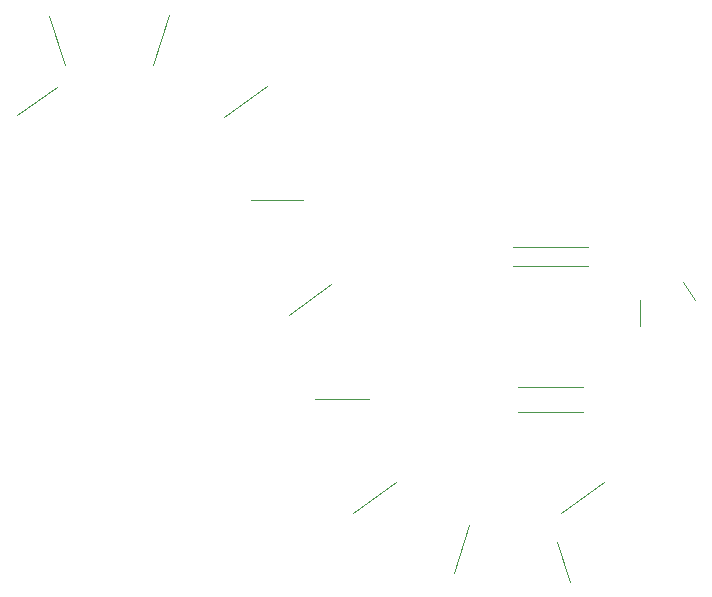
<source format=gbr>
G04 #@! TF.GenerationSoftware,KiCad,Pcbnew,(6.0.1)*
G04 #@! TF.CreationDate,2022-05-29T23:08:32-04:00*
G04 #@! TF.ProjectId,Main-rounded,4d61696e-2d72-46f7-956e-6465642e6b69,10*
G04 #@! TF.SameCoordinates,Original*
G04 #@! TF.FileFunction,OtherDrawing,Comment*
%FSLAX46Y46*%
G04 Gerber Fmt 4.6, Leading zero omitted, Abs format (unit mm)*
G04 Created by KiCad (PCBNEW (6.0.1)) date 2022-05-29 23:08:32*
%MOMM*%
%LPD*%
G01*
G04 APERTURE LIST*
%ADD10C,0.050000*%
G04 APERTURE END LIST*
D10*
X252847160Y-108528780D02*
X259251337Y-108531380D01*
X214248131Y-93382421D02*
X210902363Y-95811189D01*
X256947279Y-129506090D02*
X260588929Y-126862534D01*
X222392395Y-91552723D02*
X223784709Y-87273533D01*
X228404679Y-95924633D02*
X232046329Y-93281078D01*
X253275170Y-118788070D02*
X258814912Y-118790319D01*
X230698974Y-102995515D02*
X235114479Y-102997307D01*
X267287485Y-109868262D02*
X268255312Y-111435730D01*
X233906095Y-112672233D02*
X237442544Y-110105046D01*
X263609487Y-111442003D02*
X263609048Y-113607324D01*
X253274292Y-120950895D02*
X258814034Y-120953144D01*
X239298558Y-129498924D02*
X242940208Y-126855369D01*
X214958611Y-91549704D02*
X213621534Y-87428911D01*
X257722938Y-135349810D02*
X256600153Y-131889454D01*
X252847798Y-106958751D02*
X259251975Y-106961351D01*
X236145914Y-119782660D02*
X240645913Y-119784487D01*
X247873187Y-134544454D02*
X249184544Y-130514081D01*
M02*

</source>
